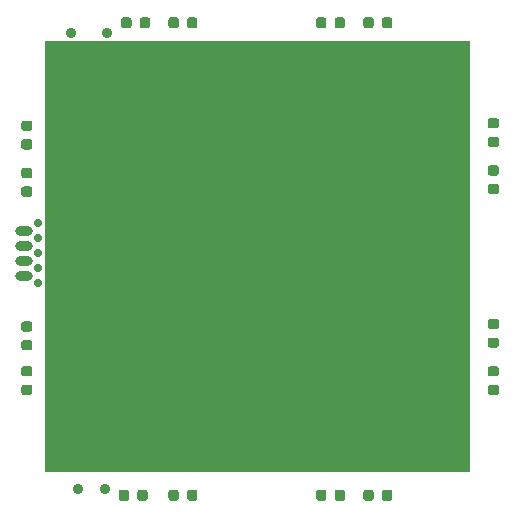
<source format=gbr>
%TF.GenerationSoftware,KiCad,Pcbnew,(5.99.0-2031-g4c5f3cb5b)*%
%TF.CreationDate,2020-06-28T22:12:08-05:00*%
%TF.ProjectId,InfinityMirrorSquare,496e6669-6e69-4747-994d-6972726f7253,rev?*%
%TF.SameCoordinates,Original*%
%TF.FileFunction,Soldermask,Top*%
%TF.FilePolarity,Negative*%
%FSLAX46Y46*%
G04 Gerber Fmt 4.6, Leading zero omitted, Abs format (unit mm)*
G04 Created by KiCad (PCBNEW (5.99.0-2031-g4c5f3cb5b)) date 2020-06-28 22:12:08*
%MOMM*%
%LPD*%
G01*
G04 APERTURE LIST*
%ADD10C,0.900000*%
%ADD11C,0.700000*%
%ADD12O,1.500000X0.800000*%
G04 APERTURE END LIST*
D10*
%TO.C,SW2*%
X96750000Y-33375000D03*
X93750000Y-33375000D03*
%TD*%
%TO.C,SW1*%
X94350000Y-72000000D03*
X96650000Y-72000000D03*
%TD*%
D11*
%TO.C,J2*%
X90905000Y-54540000D03*
X90905000Y-53270000D03*
X90905000Y-52000000D03*
X90905000Y-50730000D03*
X90905000Y-49460000D03*
D12*
X89750000Y-53905000D03*
X89750000Y-52635000D03*
X89750000Y-51365000D03*
X89750000Y-50095000D03*
%TD*%
%TO.C,D16*%
G36*
G01*
X129756250Y-62437500D02*
X129243750Y-62437500D01*
G75*
G02*
X129025000Y-62218750I0J218750D01*
G01*
X129025000Y-61781250D01*
G75*
G02*
X129243750Y-61562500I218750J0D01*
G01*
X129756250Y-61562500D01*
G75*
G02*
X129975000Y-61781250I0J-218750D01*
G01*
X129975000Y-62218750D01*
G75*
G02*
X129756250Y-62437500I-218750J0D01*
G01*
G37*
G36*
G01*
X129756250Y-64012500D02*
X129243750Y-64012500D01*
G75*
G02*
X129025000Y-63793750I0J218750D01*
G01*
X129025000Y-63356250D01*
G75*
G02*
X129243750Y-63137500I218750J0D01*
G01*
X129756250Y-63137500D01*
G75*
G02*
X129975000Y-63356250I0J-218750D01*
G01*
X129975000Y-63793750D01*
G75*
G02*
X129756250Y-64012500I-218750J0D01*
G01*
G37*
%TD*%
%TO.C,D15*%
G36*
G01*
X129756250Y-45437500D02*
X129243750Y-45437500D01*
G75*
G02*
X129025000Y-45218750I0J218750D01*
G01*
X129025000Y-44781250D01*
G75*
G02*
X129243750Y-44562500I218750J0D01*
G01*
X129756250Y-44562500D01*
G75*
G02*
X129975000Y-44781250I0J-218750D01*
G01*
X129975000Y-45218750D01*
G75*
G02*
X129756250Y-45437500I-218750J0D01*
G01*
G37*
G36*
G01*
X129756250Y-47012500D02*
X129243750Y-47012500D01*
G75*
G02*
X129025000Y-46793750I0J218750D01*
G01*
X129025000Y-46356250D01*
G75*
G02*
X129243750Y-46137500I218750J0D01*
G01*
X129756250Y-46137500D01*
G75*
G02*
X129975000Y-46356250I0J-218750D01*
G01*
X129975000Y-46793750D01*
G75*
G02*
X129756250Y-47012500I-218750J0D01*
G01*
G37*
%TD*%
%TO.C,D14*%
G36*
G01*
X129756250Y-58437500D02*
X129243750Y-58437500D01*
G75*
G02*
X129025000Y-58218750I0J218750D01*
G01*
X129025000Y-57781250D01*
G75*
G02*
X129243750Y-57562500I218750J0D01*
G01*
X129756250Y-57562500D01*
G75*
G02*
X129975000Y-57781250I0J-218750D01*
G01*
X129975000Y-58218750D01*
G75*
G02*
X129756250Y-58437500I-218750J0D01*
G01*
G37*
G36*
G01*
X129756250Y-60012500D02*
X129243750Y-60012500D01*
G75*
G02*
X129025000Y-59793750I0J218750D01*
G01*
X129025000Y-59356250D01*
G75*
G02*
X129243750Y-59137500I218750J0D01*
G01*
X129756250Y-59137500D01*
G75*
G02*
X129975000Y-59356250I0J-218750D01*
G01*
X129975000Y-59793750D01*
G75*
G02*
X129756250Y-60012500I-218750J0D01*
G01*
G37*
%TD*%
%TO.C,D13*%
G36*
G01*
X129756250Y-41437500D02*
X129243750Y-41437500D01*
G75*
G02*
X129025000Y-41218750I0J218750D01*
G01*
X129025000Y-40781250D01*
G75*
G02*
X129243750Y-40562500I218750J0D01*
G01*
X129756250Y-40562500D01*
G75*
G02*
X129975000Y-40781250I0J-218750D01*
G01*
X129975000Y-41218750D01*
G75*
G02*
X129756250Y-41437500I-218750J0D01*
G01*
G37*
G36*
G01*
X129756250Y-43012500D02*
X129243750Y-43012500D01*
G75*
G02*
X129025000Y-42793750I0J218750D01*
G01*
X129025000Y-42356250D01*
G75*
G02*
X129243750Y-42137500I218750J0D01*
G01*
X129756250Y-42137500D01*
G75*
G02*
X129975000Y-42356250I0J-218750D01*
G01*
X129975000Y-42793750D01*
G75*
G02*
X129756250Y-43012500I-218750J0D01*
G01*
G37*
%TD*%
%TO.C,D12*%
G36*
G01*
X99350000Y-72756250D02*
X99350000Y-72243750D01*
G75*
G02*
X99568750Y-72025000I218750J0D01*
G01*
X100006250Y-72025000D01*
G75*
G02*
X100225000Y-72243750I0J-218750D01*
G01*
X100225000Y-72756250D01*
G75*
G02*
X100006250Y-72975000I-218750J0D01*
G01*
X99568750Y-72975000D01*
G75*
G02*
X99350000Y-72756250I0J218750D01*
G01*
G37*
G36*
G01*
X97775000Y-72756250D02*
X97775000Y-72243750D01*
G75*
G02*
X97993750Y-72025000I218750J0D01*
G01*
X98431250Y-72025000D01*
G75*
G02*
X98650000Y-72243750I0J-218750D01*
G01*
X98650000Y-72756250D01*
G75*
G02*
X98431250Y-72975000I-218750J0D01*
G01*
X97993750Y-72975000D01*
G75*
G02*
X97775000Y-72756250I0J218750D01*
G01*
G37*
%TD*%
%TO.C,D11*%
G36*
G01*
X116062500Y-72756250D02*
X116062500Y-72243750D01*
G75*
G02*
X116281250Y-72025000I218750J0D01*
G01*
X116718750Y-72025000D01*
G75*
G02*
X116937500Y-72243750I0J-218750D01*
G01*
X116937500Y-72756250D01*
G75*
G02*
X116718750Y-72975000I-218750J0D01*
G01*
X116281250Y-72975000D01*
G75*
G02*
X116062500Y-72756250I0J218750D01*
G01*
G37*
G36*
G01*
X114487500Y-72756250D02*
X114487500Y-72243750D01*
G75*
G02*
X114706250Y-72025000I218750J0D01*
G01*
X115143750Y-72025000D01*
G75*
G02*
X115362500Y-72243750I0J-218750D01*
G01*
X115362500Y-72756250D01*
G75*
G02*
X115143750Y-72975000I-218750J0D01*
G01*
X114706250Y-72975000D01*
G75*
G02*
X114487500Y-72756250I0J218750D01*
G01*
G37*
%TD*%
%TO.C,D10*%
G36*
G01*
X103562500Y-72756250D02*
X103562500Y-72243750D01*
G75*
G02*
X103781250Y-72025000I218750J0D01*
G01*
X104218750Y-72025000D01*
G75*
G02*
X104437500Y-72243750I0J-218750D01*
G01*
X104437500Y-72756250D01*
G75*
G02*
X104218750Y-72975000I-218750J0D01*
G01*
X103781250Y-72975000D01*
G75*
G02*
X103562500Y-72756250I0J218750D01*
G01*
G37*
G36*
G01*
X101987500Y-72756250D02*
X101987500Y-72243750D01*
G75*
G02*
X102206250Y-72025000I218750J0D01*
G01*
X102643750Y-72025000D01*
G75*
G02*
X102862500Y-72243750I0J-218750D01*
G01*
X102862500Y-72756250D01*
G75*
G02*
X102643750Y-72975000I-218750J0D01*
G01*
X102206250Y-72975000D01*
G75*
G02*
X101987500Y-72756250I0J218750D01*
G01*
G37*
%TD*%
%TO.C,D9*%
G36*
G01*
X120062500Y-72756250D02*
X120062500Y-72243750D01*
G75*
G02*
X120281250Y-72025000I218750J0D01*
G01*
X120718750Y-72025000D01*
G75*
G02*
X120937500Y-72243750I0J-218750D01*
G01*
X120937500Y-72756250D01*
G75*
G02*
X120718750Y-72975000I-218750J0D01*
G01*
X120281250Y-72975000D01*
G75*
G02*
X120062500Y-72756250I0J218750D01*
G01*
G37*
G36*
G01*
X118487500Y-72756250D02*
X118487500Y-72243750D01*
G75*
G02*
X118706250Y-72025000I218750J0D01*
G01*
X119143750Y-72025000D01*
G75*
G02*
X119362500Y-72243750I0J-218750D01*
G01*
X119362500Y-72756250D01*
G75*
G02*
X119143750Y-72975000I-218750J0D01*
G01*
X118706250Y-72975000D01*
G75*
G02*
X118487500Y-72756250I0J218750D01*
G01*
G37*
%TD*%
%TO.C,D8*%
G36*
G01*
X90256250Y-58650000D02*
X89743750Y-58650000D01*
G75*
G02*
X89525000Y-58431250I0J218750D01*
G01*
X89525000Y-57993750D01*
G75*
G02*
X89743750Y-57775000I218750J0D01*
G01*
X90256250Y-57775000D01*
G75*
G02*
X90475000Y-57993750I0J-218750D01*
G01*
X90475000Y-58431250D01*
G75*
G02*
X90256250Y-58650000I-218750J0D01*
G01*
G37*
G36*
G01*
X90256250Y-60225000D02*
X89743750Y-60225000D01*
G75*
G02*
X89525000Y-60006250I0J218750D01*
G01*
X89525000Y-59568750D01*
G75*
G02*
X89743750Y-59350000I218750J0D01*
G01*
X90256250Y-59350000D01*
G75*
G02*
X90475000Y-59568750I0J-218750D01*
G01*
X90475000Y-60006250D01*
G75*
G02*
X90256250Y-60225000I-218750J0D01*
G01*
G37*
%TD*%
%TO.C,D7*%
G36*
G01*
X90256250Y-45650000D02*
X89743750Y-45650000D01*
G75*
G02*
X89525000Y-45431250I0J218750D01*
G01*
X89525000Y-44993750D01*
G75*
G02*
X89743750Y-44775000I218750J0D01*
G01*
X90256250Y-44775000D01*
G75*
G02*
X90475000Y-44993750I0J-218750D01*
G01*
X90475000Y-45431250D01*
G75*
G02*
X90256250Y-45650000I-218750J0D01*
G01*
G37*
G36*
G01*
X90256250Y-47225000D02*
X89743750Y-47225000D01*
G75*
G02*
X89525000Y-47006250I0J218750D01*
G01*
X89525000Y-46568750D01*
G75*
G02*
X89743750Y-46350000I218750J0D01*
G01*
X90256250Y-46350000D01*
G75*
G02*
X90475000Y-46568750I0J-218750D01*
G01*
X90475000Y-47006250D01*
G75*
G02*
X90256250Y-47225000I-218750J0D01*
G01*
G37*
%TD*%
%TO.C,D6*%
G36*
G01*
X90256250Y-62437500D02*
X89743750Y-62437500D01*
G75*
G02*
X89525000Y-62218750I0J218750D01*
G01*
X89525000Y-61781250D01*
G75*
G02*
X89743750Y-61562500I218750J0D01*
G01*
X90256250Y-61562500D01*
G75*
G02*
X90475000Y-61781250I0J-218750D01*
G01*
X90475000Y-62218750D01*
G75*
G02*
X90256250Y-62437500I-218750J0D01*
G01*
G37*
G36*
G01*
X90256250Y-64012500D02*
X89743750Y-64012500D01*
G75*
G02*
X89525000Y-63793750I0J218750D01*
G01*
X89525000Y-63356250D01*
G75*
G02*
X89743750Y-63137500I218750J0D01*
G01*
X90256250Y-63137500D01*
G75*
G02*
X90475000Y-63356250I0J-218750D01*
G01*
X90475000Y-63793750D01*
G75*
G02*
X90256250Y-64012500I-218750J0D01*
G01*
G37*
%TD*%
%TO.C,D5*%
G36*
G01*
X90256250Y-41650000D02*
X89743750Y-41650000D01*
G75*
G02*
X89525000Y-41431250I0J218750D01*
G01*
X89525000Y-40993750D01*
G75*
G02*
X89743750Y-40775000I218750J0D01*
G01*
X90256250Y-40775000D01*
G75*
G02*
X90475000Y-40993750I0J-218750D01*
G01*
X90475000Y-41431250D01*
G75*
G02*
X90256250Y-41650000I-218750J0D01*
G01*
G37*
G36*
G01*
X90256250Y-43225000D02*
X89743750Y-43225000D01*
G75*
G02*
X89525000Y-43006250I0J218750D01*
G01*
X89525000Y-42568750D01*
G75*
G02*
X89743750Y-42350000I218750J0D01*
G01*
X90256250Y-42350000D01*
G75*
G02*
X90475000Y-42568750I0J-218750D01*
G01*
X90475000Y-43006250D01*
G75*
G02*
X90256250Y-43225000I-218750J0D01*
G01*
G37*
%TD*%
%TO.C,D4*%
G36*
G01*
X120062500Y-32756250D02*
X120062500Y-32243750D01*
G75*
G02*
X120281250Y-32025000I218750J0D01*
G01*
X120718750Y-32025000D01*
G75*
G02*
X120937500Y-32243750I0J-218750D01*
G01*
X120937500Y-32756250D01*
G75*
G02*
X120718750Y-32975000I-218750J0D01*
G01*
X120281250Y-32975000D01*
G75*
G02*
X120062500Y-32756250I0J218750D01*
G01*
G37*
G36*
G01*
X118487500Y-32756250D02*
X118487500Y-32243750D01*
G75*
G02*
X118706250Y-32025000I218750J0D01*
G01*
X119143750Y-32025000D01*
G75*
G02*
X119362500Y-32243750I0J-218750D01*
G01*
X119362500Y-32756250D01*
G75*
G02*
X119143750Y-32975000I-218750J0D01*
G01*
X118706250Y-32975000D01*
G75*
G02*
X118487500Y-32756250I0J218750D01*
G01*
G37*
%TD*%
%TO.C,D3*%
G36*
G01*
X103562500Y-32756250D02*
X103562500Y-32243750D01*
G75*
G02*
X103781250Y-32025000I218750J0D01*
G01*
X104218750Y-32025000D01*
G75*
G02*
X104437500Y-32243750I0J-218750D01*
G01*
X104437500Y-32756250D01*
G75*
G02*
X104218750Y-32975000I-218750J0D01*
G01*
X103781250Y-32975000D01*
G75*
G02*
X103562500Y-32756250I0J218750D01*
G01*
G37*
G36*
G01*
X101987500Y-32756250D02*
X101987500Y-32243750D01*
G75*
G02*
X102206250Y-32025000I218750J0D01*
G01*
X102643750Y-32025000D01*
G75*
G02*
X102862500Y-32243750I0J-218750D01*
G01*
X102862500Y-32756250D01*
G75*
G02*
X102643750Y-32975000I-218750J0D01*
G01*
X102206250Y-32975000D01*
G75*
G02*
X101987500Y-32756250I0J218750D01*
G01*
G37*
%TD*%
%TO.C,D2*%
G36*
G01*
X116062500Y-32756250D02*
X116062500Y-32243750D01*
G75*
G02*
X116281250Y-32025000I218750J0D01*
G01*
X116718750Y-32025000D01*
G75*
G02*
X116937500Y-32243750I0J-218750D01*
G01*
X116937500Y-32756250D01*
G75*
G02*
X116718750Y-32975000I-218750J0D01*
G01*
X116281250Y-32975000D01*
G75*
G02*
X116062500Y-32756250I0J218750D01*
G01*
G37*
G36*
G01*
X114487500Y-32756250D02*
X114487500Y-32243750D01*
G75*
G02*
X114706250Y-32025000I218750J0D01*
G01*
X115143750Y-32025000D01*
G75*
G02*
X115362500Y-32243750I0J-218750D01*
G01*
X115362500Y-32756250D01*
G75*
G02*
X115143750Y-32975000I-218750J0D01*
G01*
X114706250Y-32975000D01*
G75*
G02*
X114487500Y-32756250I0J218750D01*
G01*
G37*
%TD*%
%TO.C,D1*%
G36*
G01*
X99562500Y-32756250D02*
X99562500Y-32243750D01*
G75*
G02*
X99781250Y-32025000I218750J0D01*
G01*
X100218750Y-32025000D01*
G75*
G02*
X100437500Y-32243750I0J-218750D01*
G01*
X100437500Y-32756250D01*
G75*
G02*
X100218750Y-32975000I-218750J0D01*
G01*
X99781250Y-32975000D01*
G75*
G02*
X99562500Y-32756250I0J218750D01*
G01*
G37*
G36*
G01*
X97987500Y-32756250D02*
X97987500Y-32243750D01*
G75*
G02*
X98206250Y-32025000I218750J0D01*
G01*
X98643750Y-32025000D01*
G75*
G02*
X98862500Y-32243750I0J-218750D01*
G01*
X98862500Y-32756250D01*
G75*
G02*
X98643750Y-32975000I-218750J0D01*
G01*
X98206250Y-32975000D01*
G75*
G02*
X97987500Y-32756250I0J218750D01*
G01*
G37*
%TD*%
G36*
X127441121Y-34021002D02*
G01*
X127487614Y-34074658D01*
X127499000Y-34127000D01*
X127499000Y-70373000D01*
X127478998Y-70441121D01*
X127425342Y-70487614D01*
X127373000Y-70499000D01*
X91627000Y-70499000D01*
X91558879Y-70478998D01*
X91512386Y-70425342D01*
X91501000Y-70373000D01*
X91501000Y-34127000D01*
X91521002Y-34058879D01*
X91574658Y-34012386D01*
X91627000Y-34001000D01*
X127373000Y-34001000D01*
X127441121Y-34021002D01*
G37*
M02*

</source>
